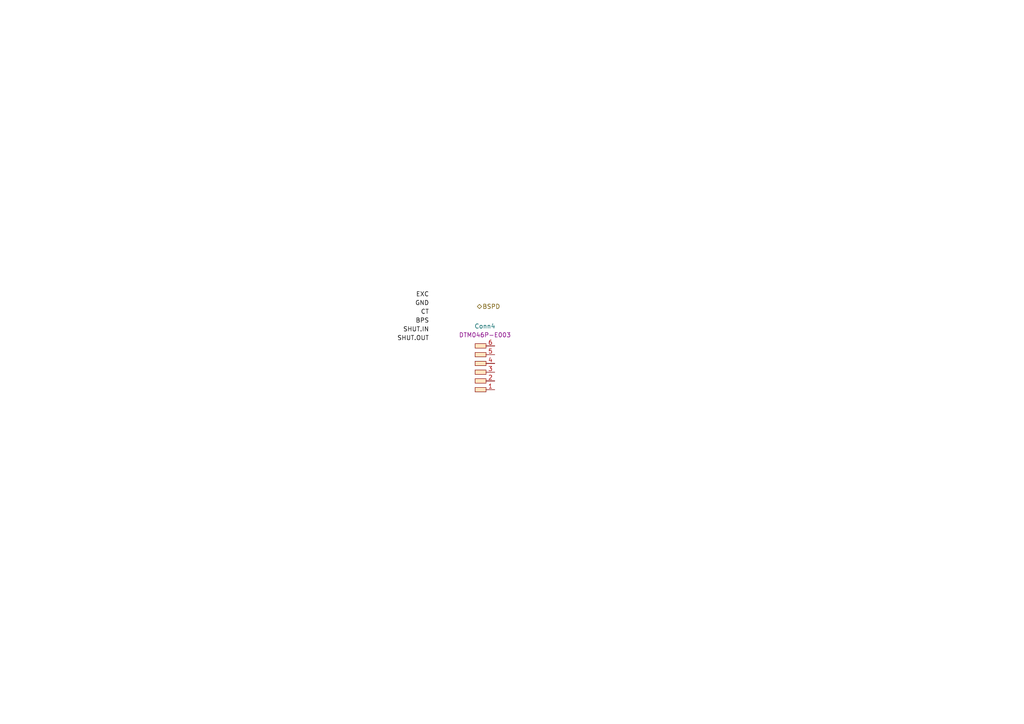
<source format=kicad_sch>
(kicad_sch (version 20230121) (generator eeschema)
  (paper "A4")
  (title_block (title "DEVICE - BSPD"))
  (lib_symbols
    (symbol "Connectors_SUFST:Deutsch_DTM_6P_Pin"
      (property "Reference" "Conn" (at 0 -1.905 0))
      (property "P/N" "DTM046P-E003" (at 0 0 0))
      (symbol "Deutsch_DTM_6P_Pin_0_1"
        (polyline (pts (xy -0.635 -14.605) (xy 1.905 -14.605)))
        (polyline (pts (xy -0.635 -9.525) (xy 1.905 -9.525)))
        (polyline (pts (xy -0.635 -4.445) (xy 1.905 -4.445)))
      )
      (symbol "Deutsch_DTM_6P_Pin_1_1"
        (rectangle (start -3.81 -16.51) (end -0.635 -17.78) (fill (type color) (color 255 229 191 1)))
        (rectangle (start -3.81 -13.97) (end -0.635 -15.24) (fill (type color) (color 255 229 191 1)))
        (rectangle (start -3.81 -11.43) (end -0.635 -12.7) (fill (type color) (color 255 229 191 1)))
        (rectangle (start -3.81 -8.89) (end -0.635 -10.16) (fill (type color) (color 255 229 191 1)))
        (rectangle (start -3.81 -6.35) (end -0.635 -7.62) (fill (type color) (color 255 229 191 1)))
        (rectangle (start -3.81 -3.81) (end -0.635 -5.08) (fill (type color) (color 255 229 191 1)))
        (pin input line (at 1.905 -17.145 180) (length 2.54) (name "") (number "1"))
        (pin input line (at 1.905 -14.605 180) (length 2.54) (name "") (number "2"))
        (pin input line (at 1.905 -12.065 180) (length 2.54) (name "") (number "3"))
        (pin input line (at 1.905 -9.525 180) (length 2.54) (name "") (number "4"))
        (pin input line (at 1.905 -6.985 180) (length 2.54) (name "") (number "5"))
        (pin input line (at 1.905 -4.445 180) (length 2.54) (name "") (number "6"))
      )
    )
  )
  (label "EXC" (at 124.46 86.36 180))
  (label "BPS" (at 124.46 93.98 180))
  (label "CT" (at 124.46 91.44 180))
  (label "SHUT.OUT" (at 124.46 99.06 180))
  (label "SHUT.IN" (at 124.46 96.52 180))
  (label "GND" (at 124.46 88.9 180))
  (hierarchical_label "BSPD" (shape bidirectional) (at 138.43 88.9 0))
  (symbol (lib_id "Connectors_SUFST:Deutsch_DTM_6P_Pin") (at 141.605 95.885 0) (unit 1)
    (property "Reference" "Conn4" (at 140.6525 94.615 0))
    (property "Value" "Deutsch_DTM_6P_Pin" (effects hide))
    (property "P/N" "DTM046P-E003" (at 140.6525 97.155 0))
  )
)
</source>
